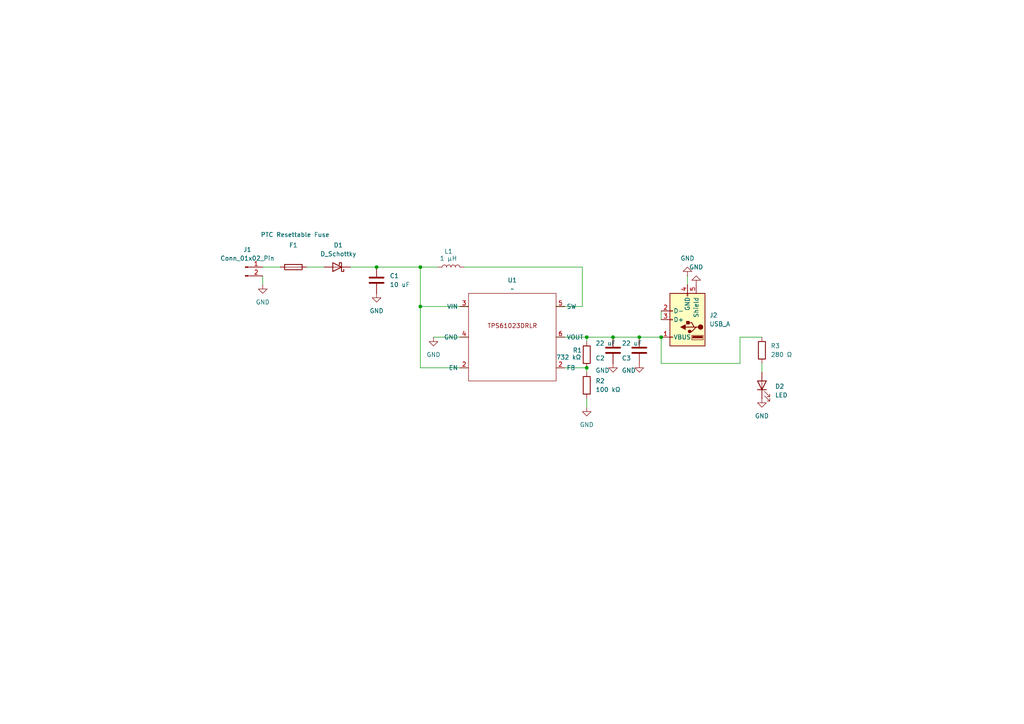
<source format=kicad_sch>
(kicad_sch (version 20231120) (generator "eeschema") (generator_version "8.0")
  (paper "A4")
  (lib_symbols
    (symbol "Connector:Conn_01x02_Pin" (pin_names (offset 1.016) hide)
      (property "Reference" "J" (at 0 2.54 0))
      (property "Value" "Conn_01x02_Pin" (at 0 -5.08 0))
      (symbol "Conn_01x02_Pin_1_1"
        (polyline (pts (xy 1.27 -2.54) (xy 0.8636 -2.54)) (stroke (width 0.1524)))
        (polyline (pts (xy 1.27 0) (xy 0.8636 0)) (stroke (width 0.1524)))
        (rectangle (start 0.8636 -2.413) (end 0 -2.667) (stroke (width 0.1524)) (fill (type outline)))
        (rectangle (start 0.8636 0.127) (end 0 -0.127) (stroke (width 0.1524)) (fill (type outline)))
        (pin passive line (at 5.08 0 180) (length 3.81) (name "Pin_1") (number "1"))
        (pin passive line (at 5.08 -2.54 180) (length 3.81) (name "Pin_2") (number "2"))
      )
    )
    (symbol "Connector:USB_A" (pin_names (offset 1.016))
      (property "Reference" "J" (at -5.08 11.43 0))
      (property "Value" "USB_A" (at -5.08 8.89 0))
      (symbol "USB_A_0_1"
        (rectangle (start -5.08 -7.62) (end 5.08 7.62) (stroke (width 0.254)) (fill (type background)))
        (circle (center -3.81 2.159) (radius 0.635) (stroke (width 0.254)) (fill (type outline)))
        (rectangle (start -1.524 4.826) (end -4.318 5.334) (fill (type outline)))
        (rectangle (start -1.27 4.572) (end -4.572 5.842))
        (circle (center -0.635 3.429) (radius 0.381) (stroke (width 0.254)) (fill (type outline)))
        (rectangle (start -0.127 -7.62) (end 0.127 -6.858))
        (polyline (pts (xy -3.175 2.159) (xy -2.54 2.159) (xy -1.27 3.429) (xy -0.635 3.429)) (stroke (width 0.254)))
        (polyline (pts (xy -2.54 2.159) (xy -1.905 2.159) (xy -1.27 0.889) (xy 0 0.889)) (stroke (width 0.254)))
        (polyline (pts (xy 0.635 2.794) (xy 0.635 1.524) (xy 1.905 2.159) (xy 0.635 2.794)) (stroke (width 0.254)) (fill (type outline)))
        (rectangle (start 0.254 1.27) (end -0.508 0.508) (stroke (width 0.254)) (fill (type outline)))
        (rectangle (start 5.08 -2.667) (end 4.318 -2.413))
        (rectangle (start 5.08 -0.127) (end 4.318 0.127))
        (rectangle (start 5.08 4.953) (end 4.318 5.207))
      )
      (symbol "USB_A_1_1"
        (polyline (pts (xy -1.905 2.159) (xy 0.635 2.159)) (stroke (width 0.254)))
        (pin power_in line (at 7.62 5.08 180) (length 2.54) (name "VBUS") (number "1"))
        (pin bidirectional line (at 7.62 -2.54 180) (length 2.54) (name "D-") (number "2"))
        (pin bidirectional line (at 7.62 0 180) (length 2.54) (name "D+") (number "3"))
        (pin power_in line (at 0 -10.16 90) (length 2.54) (name "GND") (number "4"))
        (pin passive line (at -2.54 -10.16 90) (length 2.54) (name "Shield") (number "5"))
      )
    )
    (symbol "Device:C" (pin_numbers hide) (pin_names (offset 0.254))
      (property "Reference" "C" (at 0.635 2.54 0))
      (property "Value" "C" (at 0.635 -2.54 0))
      (symbol "C_0_1"
        (polyline (pts (xy -2.032 -0.762) (xy 2.032 -0.762)) (stroke (width 0.508)))
        (polyline (pts (xy -2.032 0.762) (xy 2.032 0.762)) (stroke (width 0.508)))
      )
      (symbol "C_1_1"
        (pin passive line (at 0 3.81 270) (length 2.794) (name "~") (number "1"))
        (pin passive line (at 0 -3.81 90) (length 2.794) (name "~") (number "2"))
      )
    )
    (symbol "Device:D_Schottky" (pin_numbers hide) (pin_names (offset 1.016) hide)
      (property "Reference" "D" (at 0 2.54 0))
      (property "Value" "D_Schottky" (at 0 -2.54 0))
      (symbol "D_Schottky_0_1"
        (polyline (pts (xy 1.27 0) (xy -1.27 0)))
        (polyline (pts (xy 1.27 1.27) (xy 1.27 -1.27) (xy -1.27 0) (xy 1.27 1.27)) (stroke (width 0.254)))
        (polyline (pts (xy -1.905 0.635) (xy -1.905 1.27) (xy -1.27 1.27) (xy -1.27 -1.27) (xy -0.635 -1.27) (xy -0.635 -0.635)) (stroke (width 0.254)))
      )
      (symbol "D_Schottky_1_1"
        (pin passive line (at -3.81 0 0) (length 2.54) (name "K") (number "1"))
        (pin passive line (at 3.81 0 180) (length 2.54) (name "A") (number "2"))
      )
    )
    (symbol "Device:Fuse" (pin_numbers hide) (pin_names (offset 0))
      (property "Reference" "F" (at 2.032 0 90))
      (property "Value" "Fuse" (at -1.905 0 90))
      (symbol "Fuse_0_1"
        (rectangle (start -0.762 -2.54) (end 0.762 2.54) (stroke (width 0.254)))
        (polyline (pts (xy 0 2.54) (xy 0 -2.54)))
      )
      (symbol "Fuse_1_1"
        (pin passive line (at 0 3.81 270) (length 1.27) (name "~") (number "1"))
        (pin passive line (at 0 -3.81 90) (length 1.27) (name "~") (number "2"))
      )
    )
    (symbol "Device:L" (pin_numbers hide) (pin_names (offset 1.016) hide)
      (property "Reference" "L" (at -1.27 0 90))
      (property "Value" "L" (at 1.905 0 90))
      (symbol "L_0_1"
        (arc (start 0 -2.54) (mid 0.6323 -1.905) (end 0 -1.27))
        (arc (start 0 -1.27) (mid 0.6323 -0.635) (end 0 0))
        (arc (start 0 0) (mid 0.6323 0.635) (end 0 1.27))
        (arc (start 0 1.27) (mid 0.6323 1.905) (end 0 2.54))
      )
      (symbol "L_1_1"
        (pin passive line (at 0 3.81 270) (length 1.27) (name "1") (number "1"))
        (pin passive line (at 0 -3.81 90) (length 1.27) (name "2") (number "2"))
      )
    )
    (symbol "Device:LED" (pin_numbers hide) (pin_names (offset 1.016) hide)
      (property "Reference" "D" (at 0 2.54 0))
      (property "Value" "LED" (at 0 -2.54 0))
      (symbol "LED_0_1"
        (polyline (pts (xy -1.27 -1.27) (xy -1.27 1.27)) (stroke (width 0.254)))
        (polyline (pts (xy -1.27 0) (xy 1.27 0)))
        (polyline (pts (xy 1.27 -1.27) (xy 1.27 1.27) (xy -1.27 0) (xy 1.27 -1.27)) (stroke (width 0.254)))
        (polyline (pts (xy -3.048 -0.762) (xy -4.572 -2.286) (xy -3.81 -2.286) (xy -4.572 -2.286) (xy -4.572 -1.524)))
        (polyline (pts (xy -1.778 -0.762) (xy -3.302 -2.286) (xy -2.54 -2.286) (xy -3.302 -2.286) (xy -3.302 -1.524)))
      )
      (symbol "LED_1_1"
        (pin passive line (at -3.81 0 0) (length 2.54) (name "K") (number "1"))
        (pin passive line (at 3.81 0 180) (length 2.54) (name "A") (number "2"))
      )
    )
    (symbol "Device:R" (pin_numbers hide) (pin_names (offset 0))
      (property "Reference" "R" (at 2.032 0 90))
      (property "Value" "R" (at 0 0 90))
      (symbol "R_0_1"
        (rectangle (start -1.016 -2.54) (end 1.016 2.54) (stroke (width 0.254)))
      )
      (symbol "R_1_1"
        (pin passive line (at 0 3.81 270) (length 1.27) (name "~") (number "1"))
        (pin passive line (at 0 -3.81 90) (length 1.27) (name "~") (number "2"))
      )
    )
    (symbol "power:GND" (power) (pin_numbers hide) (pin_names (offset 0) hide)
      (property "Value" "GND" (at 0 -3.81 0))
      (symbol "GND_0_1"
        (polyline (pts (xy 0 0) (xy 0 -1.27) (xy 1.27 -1.27) (xy 0 -2.54) (xy -1.27 -1.27) (xy 0 -1.27)))
      )
      (symbol "GND_1_1"
        (pin power_in line (at 0 0 270) (length 0) (name "~") (number "1"))
      )
    )
    (symbol "usb_charger_ic:TPS61023DRLR"
      (property "Reference" "U" (at -0.254 -0.254 0))
      (symbol "TPS61023DRLR_1_1"
        (rectangle (start -12.7 12.7) (end 12.7 -12.7))
        (text "TPS61023DRLR" (at 0 3.302 0) (effects (font (size 1.27 1.27))))
        (pin input line (at -12.7 -8.89 180) (length 2.54) (name "EN") (number "2"))
        (pin input line (at 12.7 -8.89 0) (length 2.54) (name "FB") (number "2"))
        (pin input line (at -12.7 8.89 180) (length 2.54) (name "VIN") (number "3"))
        (pin power_out line (at -12.7 0 180) (length 2.54) (name "GND") (number "4"))
        (pin power_out line (at 12.7 8.89 0) (length 2.54) (name "SW") (number "5"))
        (pin power_out line (at 12.7 0 0) (length 2.54) (name "VOUT") (number "6"))
      )
    )
  )
  (junction (at 109.22 77.47))
  (junction (at 177.8 97.79))
  (junction (at 121.92 88.9))
  (junction (at 170.18 97.79))
  (junction (at 121.92 77.47))
  (junction (at 191.77 97.79))
  (junction (at 170.18 106.68))
  (junction (at 185.42 97.79))
  (wire (pts (xy 170.18 99.06) (xy 170.18 97.79)))
  (wire (pts (xy 121.92 88.9) (xy 121.92 106.68)))
  (wire (pts (xy 170.18 97.79) (xy 161.29 97.79)))
  (wire (pts (xy 121.92 77.47) (xy 127 77.47)))
  (wire (pts (xy 168.91 88.9) (xy 161.29 88.9)))
  (wire (pts (xy 177.8 97.79) (xy 185.42 97.79)))
  (wire (pts (xy 101.6 77.47) (xy 109.22 77.47)))
  (wire (pts (xy 191.77 97.79) (xy 191.77 105.41)))
  (wire (pts (xy 109.22 77.47) (xy 121.92 77.47)))
  (wire (pts (xy 135.89 88.9) (xy 121.92 88.9)))
  (wire (pts (xy 199.39 80.01) (xy 199.39 82.55)))
  (wire (pts (xy 161.29 106.68) (xy 170.18 106.68)))
  (wire (pts (xy 76.2 80.01) (xy 76.2 82.55)))
  (wire (pts (xy 121.92 88.9) (xy 121.92 77.47)))
  (wire (pts (xy 168.91 77.47) (xy 168.91 88.9)))
  (wire (pts (xy 214.63 105.41) (xy 214.63 97.79)))
  (wire (pts (xy 191.77 105.41) (xy 214.63 105.41)))
  (wire (pts (xy 170.18 97.79) (xy 177.8 97.79)))
  (wire (pts (xy 185.42 97.79) (xy 191.77 97.79)))
  (wire (pts (xy 214.63 97.79) (xy 220.98 97.79)))
  (wire (pts (xy 170.18 106.68) (xy 170.18 107.95)))
  (wire (pts (xy 134.62 77.47) (xy 168.91 77.47)))
  (wire (pts (xy 121.92 106.68) (xy 135.89 106.68)))
  (wire (pts (xy 170.18 115.57) (xy 170.18 118.11)))
  (wire (pts (xy 88.9 77.47) (xy 93.98 77.47)))
  (wire (pts (xy 220.98 105.41) (xy 220.98 107.95)))
  (wire (pts (xy 76.2 77.47) (xy 81.28 77.47)))
  (wire (pts (xy 125.73 97.79) (xy 135.89 97.79)))
  (wire (pts (xy 191.77 90.17) (xy 191.77 92.71)))
  (symbol (lib_id "power:GND") (at 199.39 80.01 180) (unit 1)
    (property "Reference" "#PWR07" (effects (hide yes)))
    (property "Value" "GND" (at 199.39 74.93 0))
    (property "Description" "Power symbol creates a global label with name \"GND\" , ground" (effects (hide yes)))
  )
  (symbol (lib_id "power:GND") (at 185.42 105.41 0) (unit 1)
    (property "Reference" "#PWR06" (effects (hide yes)))
    (property "Value" "GND" (at 182.372 107.442 0))
    (property "Description" "Power symbol creates a global label with name \"GND\" , ground" (effects (hide yes)))
  )
  (symbol (lib_id "Device:R") (at 220.98 101.6 0) (unit 1)
    (property "Reference" "R3" (at 223.52 100.3299 0) (effects (justify left)))
    (property "Value" "280 Ω" (at 223.52 102.8699 0) (effects (justify left)))
    (property "Footprint" "Resistor_SMD:R_0805_2012Metric" (effects (hide yes)))
    (property "Description" "Resistor" (effects (hide yes)))
  )
  (symbol (lib_id "usb_charger_ic:TPS61023DRLR") (at 148.59 97.79 0) (unit 1)
    (property "Reference" "U1" (at 148.59 81.28 0))
    (property "Value" "~" (at 148.59 83.82 0))
    (property "Footprint" "usb_charger_library:TPS61023DRLR" (effects (hide yes)))
  )
  (symbol (lib_id "Device:C") (at 109.22 81.28 0) (unit 1)
    (property "Reference" "C1" (at 113.03 80.0099 0) (effects (justify left)))
    (property "Value" "10 uF" (at 113.03 82.5499 0) (effects (justify left)))
    (property "Footprint" "Capacitor_SMD:C_0805_2012Metric" (effects (hide yes)))
    (property "Description" "Unpolarized capacitor" (effects (hide yes)))
  )
  (symbol (lib_id "Connector:Conn_01x02_Pin") (at 71.12 77.47 0) (unit 1)
    (property "Reference" "J1" (at 71.755 72.39 0))
    (property "Value" "Conn_01x02_Pin" (at 71.755 74.93 0))
    (property "Footprint" "Connector_PinHeader_2.54mm:PinHeader_1x02_P2.54mm_Vertical" (effects (hide yes)))
    (property "Description" "Generic connector, single row, 01x02, script generated" (effects (hide yes)))
  )
  (symbol (lib_id "Device:D_Schottky") (at 97.79 77.47 180) (unit 1)
    (property "Reference" "D1" (at 98.1075 71.12 0))
    (property "Value" "D_Schottky" (at 98.1075 73.66 0))
    (property "Footprint" "Diode_SMD:D_SOD-123" (effects (hide yes)))
    (property "Description" "Schottky diode" (effects (hide yes)))
  )
  (symbol (lib_id "power:GND") (at 109.22 85.09 0) (unit 1)
    (property "Reference" "#PWR02" (effects (hide yes)))
    (property "Value" "GND" (at 109.22 90.17 0))
    (property "Description" "Power symbol creates a global label with name \"GND\" , ground" (effects (hide yes)))
  )
  (symbol (lib_id "power:GND") (at 76.2 82.55 0) (unit 1)
    (property "Reference" "#PWR01" (effects (hide yes)))
    (property "Value" "GND" (at 76.2 87.63 0))
    (property "Description" "Power symbol creates a global label with name \"GND\" , ground" (effects (hide yes)))
  )
  (symbol (lib_id "Connector:USB_A") (at 199.39 92.71 180) (unit 1)
    (property "Reference" "J2" (at 205.74 91.4399 0) (effects (justify right)))
    (property "Value" "USB_A" (at 205.74 93.9799 0) (effects (justify right)))
    (property "Footprint" "usb_charger_library:87520_0010BLF" (effects (hide yes)))
    (property "Description" "USB Type A connector" (effects (hide yes)))
  )
  (symbol (lib_id "power:GND") (at 170.18 118.11 0) (unit 1)
    (property "Reference" "#PWR04" (effects (hide yes)))
    (property "Value" "GND" (at 170.18 123.19 0))
    (property "Description" "Power symbol creates a global label with name \"GND\" , ground" (effects (hide yes)))
  )
  (symbol (lib_id "Device:LED") (at 220.98 111.76 90) (unit 1)
    (property "Reference" "D2" (at 224.79 112.0774 90) (effects (justify right)))
    (property "Value" "LED" (at 224.79 114.6174 90) (effects (justify right)))
    (property "Footprint" "LED_SMD:LED_ROHM_SMLVN6" (effects (hide yes)))
    (property "Description" "Light emitting diode" (effects (hide yes)))
  )
  (symbol (lib_id "Device:Fuse") (at 85.09 77.47 90) (unit 1)
    (property "Reference" "F1" (at 85.09 71.12 90))
    (property "Value" "PTC Resettable Fuse" (at 85.598 68.072 90))
    (property "Footprint" "Fuse:Fuse_1812_4532Metric_Pad1.30x3.40mm_HandSolder" (effects (hide yes)))
    (property "Description" "Fuse" (effects (hide yes)))
  )
  (symbol (lib_id "power:GND") (at 125.73 97.79 0) (unit 1)
    (property "Reference" "#PWR03" (effects (hide yes)))
    (property "Value" "GND" (at 125.73 102.87 0))
    (property "Description" "Power symbol creates a global label with name \"GND\" , ground" (effects (hide yes)))
  )
  (symbol (lib_id "Device:C") (at 185.42 101.6 0) (unit 1)
    (property "Reference" "C3" (at 180.34 103.886 0) (effects (justify left)))
    (property "Value" "22 uF" (at 180.34 99.568 0) (effects (justify left)))
    (property "Footprint" "Capacitor_SMD:C_0805_2012Metric" (effects (hide yes)))
    (property "Description" "Unpolarized capacitor" (effects (hide yes)))
  )
  (symbol (lib_id "Device:R") (at 170.18 102.87 0) (unit 1)
    (property "Reference" "R1" (at 166.116 101.6 0) (effects (justify left)))
    (property "Value" "732 kΩ" (at 161.29 103.632 0) (effects (justify left)))
    (property "Footprint" "Resistor_SMD:R_0603_1608Metric" (effects (hide yes)))
    (property "Description" "Resistor" (effects (hide yes)))
  )
  (symbol (lib_id "Device:C") (at 177.8 101.6 0) (unit 1)
    (property "Reference" "C2" (at 172.72 103.886 0) (effects (justify left)))
    (property "Value" "22 uF" (at 172.72 99.568 0) (effects (justify left)))
    (property "Footprint" "Capacitor_SMD:C_0805_2012Metric" (effects (hide yes)))
    (property "Description" "Unpolarized capacitor" (effects (hide yes)))
  )
  (symbol (lib_id "power:GND") (at 177.8 105.41 0) (unit 1)
    (property "Reference" "#PWR05" (effects (hide yes)))
    (property "Value" "GND" (at 174.752 107.442 0))
    (property "Description" "Power symbol creates a global label with name \"GND\" , ground" (effects (hide yes)))
  )
  (symbol (lib_id "Device:R") (at 170.18 111.76 0) (unit 1)
    (property "Reference" "R2" (at 172.72 110.4899 0) (effects (justify left)))
    (property "Value" "100 kΩ" (at 172.72 113.0299 0) (effects (justify left)))
    (property "Footprint" "Resistor_SMD:R_0603_1608Metric" (effects (hide yes)))
    (property "Description" "Resistor" (effects (hide yes)))
  )
  (symbol (lib_id "Device:L") (at 130.81 77.47 90) (unit 1)
    (property "Reference" "L1" (at 131.318 72.898 90) (effects (justify left)))
    (property "Value" "1 µH" (at 132.588 74.93 90) (effects (justify left)))
    (property "Footprint" "Inductor_SMD_Wurth:L_Wurth_WE-LQSH-4020" (effects (hide yes)))
    (property "Description" "Inductor" (effects (hide yes)))
  )
  (symbol (lib_id "power:GND") (at 201.93 82.55 180) (unit 1)
    (property "Reference" "#PWR08" (effects (hide yes)))
    (property "Value" "GND" (at 201.93 77.47 0))
    (property "Description" "Power symbol creates a global label with name \"GND\" , ground" (effects (hide yes)))
  )
  (symbol (lib_id "power:GND") (at 220.98 115.57 0) (unit 1)
    (property "Reference" "#PWR09" (effects (hide yes)))
    (property "Value" "GND" (at 220.98 120.65 0))
    (property "Description" "Power symbol creates a global label with name \"GND\" , ground" (effects (hide yes)))
  )
)
</source>
